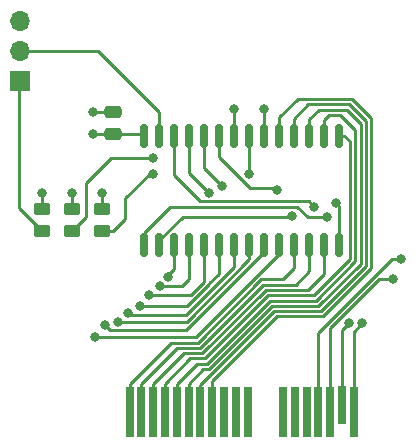
<source format=gbr>
%TF.GenerationSoftware,KiCad,Pcbnew,(6.0.0-0)*%
%TF.CreationDate,2022-02-10T00:31:08-05:00*%
%TF.ProjectId,ROM-Cartridge,524f4d2d-4361-4727-9472-696467652e6b,rev?*%
%TF.SameCoordinates,Original*%
%TF.FileFunction,Copper,L1,Top*%
%TF.FilePolarity,Positive*%
%FSLAX46Y46*%
G04 Gerber Fmt 4.6, Leading zero omitted, Abs format (unit mm)*
G04 Created by KiCad (PCBNEW (6.0.0-0)) date 2022-02-10 00:31:08*
%MOMM*%
%LPD*%
G01*
G04 APERTURE LIST*
G04 Aperture macros list*
%AMRoundRect*
0 Rectangle with rounded corners*
0 $1 Rounding radius*
0 $2 $3 $4 $5 $6 $7 $8 $9 X,Y pos of 4 corners*
0 Add a 4 corners polygon primitive as box body*
4,1,4,$2,$3,$4,$5,$6,$7,$8,$9,$2,$3,0*
0 Add four circle primitives for the rounded corners*
1,1,$1+$1,$2,$3*
1,1,$1+$1,$4,$5*
1,1,$1+$1,$6,$7*
1,1,$1+$1,$8,$9*
0 Add four rect primitives between the rounded corners*
20,1,$1+$1,$2,$3,$4,$5,0*
20,1,$1+$1,$4,$5,$6,$7,0*
20,1,$1+$1,$6,$7,$8,$9,0*
20,1,$1+$1,$8,$9,$2,$3,0*%
G04 Aperture macros list end*
%TA.AperFunction,ComponentPad*%
%ADD10O,1.700000X1.700000*%
%TD*%
%TA.AperFunction,ComponentPad*%
%ADD11R,1.700000X1.700000*%
%TD*%
%TA.AperFunction,ConnectorPad*%
%ADD12R,0.700000X4.300000*%
%TD*%
%TA.AperFunction,ConnectorPad*%
%ADD13R,0.700000X3.200000*%
%TD*%
%TA.AperFunction,SMDPad,CuDef*%
%ADD14RoundRect,0.250000X0.475000X-0.250000X0.475000X0.250000X-0.475000X0.250000X-0.475000X-0.250000X0*%
%TD*%
%TA.AperFunction,SMDPad,CuDef*%
%ADD15RoundRect,0.150000X0.150000X-0.875000X0.150000X0.875000X-0.150000X0.875000X-0.150000X-0.875000X0*%
%TD*%
%TA.AperFunction,SMDPad,CuDef*%
%ADD16RoundRect,0.250000X0.450000X-0.262500X0.450000X0.262500X-0.450000X0.262500X-0.450000X-0.262500X0*%
%TD*%
%TA.AperFunction,ViaPad*%
%ADD17C,0.800000*%
%TD*%
%TA.AperFunction,Conductor*%
%ADD18C,0.250000*%
%TD*%
G04 APERTURE END LIST*
D10*
%TO.P,SW1,3,C*%
%TO.N,unconnected-(SW1-Pad3)*%
X102230000Y-90310000D03*
%TO.P,SW1,2,B*%
%TO.N,Net-(U1-Pad27)*%
X102230000Y-92850000D03*
D11*
%TO.P,SW1,1,A*%
%TO.N,/~{WRITE}*%
X102230000Y-95390000D03*
%TD*%
D12*
%TO.P,J1,B1,B01*%
%TO.N,/D0*%
X111506000Y-123444000D03*
%TO.P,J1,B2,B02*%
%TO.N,/D1*%
X112506000Y-123444000D03*
%TO.P,J1,B3,B03*%
%TO.N,/D2*%
X113506000Y-123444000D03*
%TO.P,J1,B4,B04*%
%TO.N,/D3*%
X114506000Y-123444000D03*
%TO.P,J1,B5,B05*%
%TO.N,/D4*%
X115506000Y-123444000D03*
%TO.P,J1,B6,B06*%
%TO.N,/D5*%
X116506000Y-123444000D03*
%TO.P,J1,B7,B07*%
%TO.N,/D6*%
X117506000Y-123444000D03*
%TO.P,J1,B8,B08*%
%TO.N,/D7*%
X118506000Y-123444000D03*
%TO.P,J1,B9,B09*%
%TO.N,unconnected-(J1-PadB9)*%
X119506000Y-123444000D03*
%TO.P,J1,B10,B10*%
%TO.N,unconnected-(J1-PadB10)*%
X120506000Y-123444000D03*
%TO.P,J1,B11,B11*%
%TO.N,unconnected-(J1-PadB11)*%
X121506000Y-123444000D03*
%TO.P,J1,B14,B14*%
%TO.N,/~{WE}*%
X126506000Y-123444000D03*
%TO.P,J1,B15,B15*%
%TO.N,/~{READ}*%
X127506000Y-123444000D03*
%TO.P,J1,B16,B16*%
%TO.N,/~{EN}*%
X128506000Y-123444000D03*
D13*
%TO.P,J1,B17,B17*%
%TO.N,GND*%
X129506000Y-122894000D03*
D12*
%TO.P,J1,B18,B18*%
%TO.N,VCC*%
X130506000Y-123444000D03*
%TO.P,J1,B12,B12*%
%TO.N,unconnected-(J1-PadB12)*%
X124506000Y-123444000D03*
%TO.P,J1,B13,B13*%
%TO.N,unconnected-(J1-PadB13)*%
X125506000Y-123444000D03*
%TD*%
D14*
%TO.P,C1,1*%
%TO.N,VCC*%
X110090000Y-99950000D03*
%TO.P,C1,2*%
%TO.N,GND*%
X110090000Y-98050000D03*
%TD*%
D15*
%TO.P,U1,1,A14*%
%TO.N,/A14*%
X112745000Y-109350000D03*
%TO.P,U1,2,A12*%
%TO.N,/A12*%
X114015000Y-109350000D03*
%TO.P,U1,3,A7*%
%TO.N,/A7*%
X115285000Y-109350000D03*
%TO.P,U1,4,A6*%
%TO.N,/A6*%
X116555000Y-109350000D03*
%TO.P,U1,5,A5*%
%TO.N,/A5*%
X117825000Y-109350000D03*
%TO.P,U1,6,A4*%
%TO.N,/A4*%
X119095000Y-109350000D03*
%TO.P,U1,7,A3*%
%TO.N,/A3*%
X120365000Y-109350000D03*
%TO.P,U1,8,A2*%
%TO.N,/A2*%
X121635000Y-109350000D03*
%TO.P,U1,9,A1*%
%TO.N,/A1*%
X122905000Y-109350000D03*
%TO.P,U1,10,A0*%
%TO.N,/A0*%
X124175000Y-109350000D03*
%TO.P,U1,11,D0*%
%TO.N,/D0*%
X125445000Y-109350000D03*
%TO.P,U1,12,D1*%
%TO.N,/D1*%
X126715000Y-109350000D03*
%TO.P,U1,13,D2*%
%TO.N,/D2*%
X127985000Y-109350000D03*
%TO.P,U1,14,GND*%
%TO.N,GND*%
X129255000Y-109350000D03*
%TO.P,U1,15,D3*%
%TO.N,/D3*%
X129255000Y-100050000D03*
%TO.P,U1,16,D4*%
%TO.N,/D4*%
X127985000Y-100050000D03*
%TO.P,U1,17,D5*%
%TO.N,/D5*%
X126715000Y-100050000D03*
%TO.P,U1,18,D6*%
%TO.N,/D6*%
X125445000Y-100050000D03*
%TO.P,U1,19,D7*%
%TO.N,/D7*%
X124175000Y-100050000D03*
%TO.P,U1,20,~{CS}*%
%TO.N,/~{EN}*%
X122905000Y-100050000D03*
%TO.P,U1,21,A10*%
%TO.N,/A10*%
X121635000Y-100050000D03*
%TO.P,U1,22,~{OE}*%
%TO.N,/~{READ}*%
X120365000Y-100050000D03*
%TO.P,U1,23,A11*%
%TO.N,/A11*%
X119095000Y-100050000D03*
%TO.P,U1,24,A9*%
%TO.N,/A9*%
X117825000Y-100050000D03*
%TO.P,U1,25,A8*%
%TO.N,/A8*%
X116555000Y-100050000D03*
%TO.P,U1,26,A13*%
%TO.N,/A13*%
X115285000Y-100050000D03*
%TO.P,U1,27,~{WE}*%
%TO.N,Net-(U1-Pad27)*%
X114015000Y-100050000D03*
%TO.P,U1,28,VCC*%
%TO.N,VCC*%
X112745000Y-100050000D03*
%TD*%
D16*
%TO.P,R3,2*%
%TO.N,VCC*%
X104080000Y-106297500D03*
%TO.P,R3,1*%
%TO.N,/~{WRITE}*%
X104080000Y-108122500D03*
%TD*%
%TO.P,R2,2*%
%TO.N,VCC*%
X106630000Y-106287500D03*
%TO.P,R2,1*%
%TO.N,/~{READ}*%
X106630000Y-108112500D03*
%TD*%
%TO.P,R1,2*%
%TO.N,VCC*%
X109180000Y-106297500D03*
%TO.P,R1,1*%
%TO.N,/~{EN}*%
X109180000Y-108122500D03*
%TD*%
D17*
%TO.N,GND*%
X128960000Y-105750000D03*
%TO.N,/~{READ}*%
X134520000Y-110490000D03*
%TO.N,/~{EN}*%
X133807410Y-112227188D03*
X113500000Y-103270000D03*
X122890000Y-97770000D03*
%TO.N,/~{READ}*%
X113500000Y-101950000D03*
X120340000Y-97770000D03*
%TO.N,VCC*%
X109180000Y-104910000D03*
X106630000Y-104900000D03*
X104080000Y-104910000D03*
X108440000Y-99920000D03*
%TO.N,GND*%
X108430000Y-98020000D03*
X130120000Y-115880000D03*
%TO.N,VCC*%
X131200000Y-115950000D03*
%TO.N,/A14*%
X128240000Y-106960000D03*
%TO.N,/A13*%
X127162590Y-106107992D03*
%TO.N,/A12*%
X125264500Y-106882583D03*
%TO.N,/A11*%
X124031173Y-104623411D03*
%TO.N,/A10*%
X121620000Y-103340000D03*
%TO.N,/A9*%
X119300316Y-104295990D03*
%TO.N,/A8*%
X118214866Y-104895989D03*
%TO.N,/A7*%
X114790000Y-112050000D03*
%TO.N,/A6*%
X114080000Y-112760000D03*
%TO.N,/A5*%
X113190000Y-113570000D03*
%TO.N,/A4*%
X112380000Y-114500000D03*
%TO.N,/A3*%
X111390000Y-115040000D03*
%TO.N,/A2*%
X110530000Y-115820000D03*
%TO.N,/A1*%
X109420000Y-116100000D03*
%TO.N,/A0*%
X108600000Y-117120000D03*
%TD*%
D18*
%TO.N,Net-(U1-Pad27)*%
X102230000Y-92850000D02*
X108800000Y-92850000D01*
X108800000Y-92850000D02*
X114015000Y-98065000D01*
X114015000Y-98065000D02*
X114015000Y-100050000D01*
%TO.N,/~{WRITE}*%
X104080000Y-108122500D02*
X102130000Y-106172500D01*
X102130000Y-95490000D02*
X102230000Y-95390000D01*
X102130000Y-106172500D02*
X102130000Y-95490000D01*
%TO.N,GND*%
X129255000Y-109350000D02*
X129255000Y-106045000D01*
X129255000Y-106045000D02*
X128960000Y-105750000D01*
%TO.N,/~{EN}*%
X128506000Y-123444000D02*
X128506000Y-116379704D01*
X128506000Y-116379704D02*
X132658516Y-112227188D01*
X132658516Y-112227188D02*
X133807410Y-112227188D01*
%TO.N,/~{READ}*%
X134520000Y-110490000D02*
X133760000Y-110490000D01*
X133760000Y-110490000D02*
X127506000Y-116744000D01*
X127506000Y-116744000D02*
X127506000Y-123444000D01*
%TO.N,GND*%
X129506000Y-116494000D02*
X130120000Y-115880000D01*
X129506000Y-122894000D02*
X129506000Y-116494000D01*
%TO.N,VCC*%
X130506000Y-116644000D02*
X131200000Y-115950000D01*
X130506000Y-123444000D02*
X130506000Y-116644000D01*
%TO.N,/D7*%
X123962744Y-115360000D02*
X118506000Y-120816744D01*
%TO.N,/D6*%
X131520489Y-111078103D02*
X131520489Y-98839081D01*
%TO.N,/D5*%
X126715000Y-98655000D02*
X127509510Y-97860490D01*
X127509510Y-97860490D02*
X129906195Y-97860491D01*
%TO.N,/D6*%
X117506000Y-121181040D02*
X123776551Y-114910489D01*
%TO.N,/D7*%
X128170489Y-115083807D02*
X127894296Y-115360000D01*
%TO.N,/D5*%
X116506000Y-121044000D02*
X116506000Y-123444000D01*
%TO.N,/D6*%
X127720979Y-114877613D02*
X131520489Y-111078103D01*
%TO.N,/D7*%
X128170489Y-115063807D02*
X128170489Y-115083807D01*
X124175000Y-100050000D02*
X124175000Y-98515000D01*
%TO.N,/D4*%
X118048079Y-119367553D02*
X123404164Y-114011468D01*
%TO.N,/D7*%
X125750000Y-96940000D02*
X130320000Y-96940000D01*
X131970000Y-98590000D02*
X131970000Y-111264296D01*
X131970000Y-111264296D02*
X128170489Y-115063807D01*
%TO.N,/D6*%
X126639021Y-97410979D02*
X125445000Y-98605000D01*
%TO.N,/D7*%
X118506000Y-120816744D02*
X118506000Y-123444000D01*
%TO.N,/D6*%
X127708103Y-114910489D02*
X127720978Y-114897614D01*
%TO.N,/D7*%
X124175000Y-98515000D02*
X125750000Y-96940000D01*
%TO.N,/D6*%
X127720978Y-114897614D02*
X127720979Y-114877613D01*
%TO.N,/D5*%
X131070978Y-110891910D02*
X127501909Y-114460979D01*
X127501909Y-114460979D02*
X123590357Y-114460979D01*
X131070978Y-99025274D02*
X131070978Y-110891910D01*
%TO.N,/D6*%
X131520489Y-98839081D02*
X130092387Y-97410979D01*
%TO.N,/D3*%
X127129523Y-113561957D02*
X130171956Y-110519524D01*
%TO.N,/D5*%
X117732937Y-119817063D02*
X116506000Y-121044000D01*
X123590357Y-114460979D02*
X118234272Y-119817064D01*
%TO.N,/D3*%
X114506000Y-121044000D02*
X116631957Y-118918043D01*
%TO.N,/D4*%
X115506000Y-123444000D02*
X115506000Y-121044000D01*
%TO.N,/D5*%
X118234272Y-119817064D02*
X117732937Y-119817063D01*
X126715000Y-100050000D02*
X126715000Y-98655000D01*
%TO.N,/D3*%
X130171956Y-110519524D02*
X130171956Y-100541956D01*
%TO.N,/D7*%
X130320000Y-96940000D02*
X131970000Y-98590000D01*
%TO.N,/D6*%
X117506000Y-123444000D02*
X117506000Y-121181040D01*
%TO.N,/D4*%
X123404164Y-114011468D02*
X127315716Y-114011468D01*
X129332382Y-98310002D02*
X128430000Y-98310000D01*
X130621467Y-99599087D02*
X129332382Y-98310002D01*
X115506000Y-121044000D02*
X117182448Y-119367552D01*
%TO.N,/D3*%
X117861885Y-118918043D02*
X123217971Y-113561957D01*
%TO.N,/D7*%
X127894296Y-115360000D02*
X123962744Y-115360000D01*
%TO.N,/D3*%
X116996253Y-118918043D02*
X116996255Y-118918041D01*
X116996255Y-118918041D02*
X117861885Y-118918043D01*
%TO.N,/D6*%
X125445000Y-98605000D02*
X125445000Y-100050000D01*
%TO.N,/D3*%
X114506000Y-123444000D02*
X114506000Y-121044000D01*
X130171956Y-100541956D02*
X129680000Y-100050000D01*
%TO.N,/D5*%
X129906195Y-97860491D02*
X131070978Y-99025274D01*
%TO.N,/D6*%
X123776551Y-114910489D02*
X127708103Y-114910489D01*
%TO.N,/D3*%
X116631957Y-118918043D02*
X116996253Y-118918043D01*
X123217971Y-113561957D02*
X127129523Y-113561957D01*
%TO.N,/D6*%
X130092387Y-97410979D02*
X126639021Y-97410979D01*
%TO.N,/D4*%
X127315716Y-114011468D02*
X130621467Y-110705717D01*
X117182448Y-119367552D02*
X118048079Y-119367553D01*
X130621467Y-110705717D02*
X130621467Y-99599087D01*
X128430000Y-98310000D02*
X127985000Y-98755000D01*
X127985000Y-98755000D02*
X127985000Y-100050000D01*
%TO.N,/D3*%
X129680000Y-100050000D02*
X129255000Y-100050000D01*
%TO.N,/~{EN}*%
X110137500Y-108122500D02*
X110980000Y-107280000D01*
X122890000Y-100035000D02*
X122905000Y-100050000D01*
X113230000Y-103270000D02*
X113500000Y-103270000D01*
X111160000Y-107100000D02*
X111160000Y-105340000D01*
X110980000Y-107280000D02*
X111160000Y-107100000D01*
X111160000Y-105340000D02*
X113230000Y-103270000D01*
X109180000Y-108122500D02*
X110137500Y-108122500D01*
X122890000Y-97770000D02*
X122890000Y-100035000D01*
%TO.N,/~{READ}*%
X106630000Y-108112500D02*
X107840000Y-106902500D01*
X107840000Y-105440000D02*
X107840000Y-104020000D01*
X109910000Y-101950000D02*
X113500000Y-101950000D01*
X108730000Y-103130000D02*
X109910000Y-101950000D01*
X107840000Y-104020000D02*
X108730000Y-103130000D01*
X107840000Y-106902500D02*
X107840000Y-105440000D01*
X120340000Y-97770000D02*
X120340000Y-100025000D01*
X120340000Y-100025000D02*
X120365000Y-100050000D01*
%TO.N,VCC*%
X109180000Y-106297500D02*
X109180000Y-104910000D01*
X106630000Y-106287500D02*
X106630000Y-104900000D01*
X104080000Y-106297500D02*
X104080000Y-104910000D01*
X110090000Y-99950000D02*
X108470000Y-99950000D01*
X108470000Y-99950000D02*
X108440000Y-99920000D01*
%TO.N,GND*%
X110090000Y-98050000D02*
X108460000Y-98050000D01*
X108460000Y-98050000D02*
X108430000Y-98020000D01*
%TO.N,VCC*%
X110090000Y-99950000D02*
X112645000Y-99950000D01*
X112645000Y-99950000D02*
X112745000Y-100050000D01*
%TO.N,/D0*%
X122659389Y-112213427D02*
X117303307Y-117569509D01*
%TO.N,/D1*%
X112506000Y-121044000D02*
X112506000Y-123444000D01*
X125597065Y-112662935D02*
X122845583Y-112662937D01*
X126715000Y-109350000D02*
X126715000Y-111545000D01*
%TO.N,/D2*%
X127985000Y-109350000D02*
X127985000Y-111785000D01*
X127985000Y-111785000D02*
X126657554Y-113112446D01*
%TO.N,/D0*%
X125445000Y-111285000D02*
X124516575Y-112213425D01*
X124516575Y-112213425D02*
X122659389Y-112213427D01*
%TO.N,/D1*%
X115530978Y-118019022D02*
X112506000Y-121044000D01*
%TO.N,/D2*%
X126657554Y-113112446D02*
X123031777Y-113112447D01*
X117675693Y-118468531D02*
X116081468Y-118468532D01*
%TO.N,/D0*%
X111506000Y-121044000D02*
X111506000Y-123444000D01*
X125445000Y-109350000D02*
X125445000Y-111285000D01*
X117303307Y-117569509D02*
X114980489Y-117569511D01*
%TO.N,/D2*%
X116081468Y-118468532D02*
X113506000Y-121044000D01*
%TO.N,/D0*%
X114980489Y-117569511D02*
X111506000Y-121044000D01*
%TO.N,/D1*%
X122845583Y-112662937D02*
X117489500Y-118019020D01*
%TO.N,/D2*%
X123031777Y-113112447D02*
X117675693Y-118468531D01*
X113506000Y-121044000D02*
X113506000Y-123444000D01*
%TO.N,/D1*%
X126715000Y-111545000D02*
X125597065Y-112662935D01*
X117489500Y-118019020D02*
X115530978Y-118019022D01*
%TO.N,/A0*%
X124175000Y-110062112D02*
X117117112Y-117120000D01*
X124175000Y-109350000D02*
X124175000Y-110062112D01*
X117117112Y-117120000D02*
X108600000Y-117120000D01*
%TO.N,/A2*%
X121635000Y-109350000D02*
X121635000Y-110532116D01*
X121635000Y-110532116D02*
X116347116Y-115820000D01*
X116347116Y-115820000D02*
X110530000Y-115820000D01*
%TO.N,/A3*%
X111390000Y-115040000D02*
X111574501Y-115224501D01*
X116306911Y-115224501D02*
X120365000Y-111166412D01*
X120365000Y-111166412D02*
X120365000Y-109350000D01*
X111574501Y-115224501D02*
X116306911Y-115224501D01*
%TO.N,/A4*%
X118274510Y-112621194D02*
X116395704Y-114500000D01*
X118274511Y-112545489D02*
X118274510Y-112621194D01*
X119095000Y-111725000D02*
X118274511Y-112545489D01*
X116395704Y-114500000D02*
X112380000Y-114500000D01*
X119095000Y-109350000D02*
X119095000Y-111725000D01*
%TO.N,/A1*%
X109864501Y-116544501D02*
X113289795Y-116544501D01*
X113289795Y-116544501D02*
X113293807Y-116540489D01*
X113293807Y-116540489D02*
X116262327Y-116540489D01*
X109420000Y-116100000D02*
X109864501Y-116544501D01*
X122905000Y-109897816D02*
X122905000Y-109350000D01*
X116262327Y-116540489D02*
X122905000Y-109897816D01*
%TO.N,/A14*%
X112745000Y-109350000D02*
X112745000Y-108275000D01*
X126590000Y-106960000D02*
X128240000Y-106960000D01*
X112745000Y-108275000D02*
X114950000Y-106070000D01*
X114950000Y-106070000D02*
X125700000Y-106070000D01*
X125700000Y-106070000D02*
X126590000Y-106960000D01*
%TO.N,/A12*%
X114015000Y-109350000D02*
X114015000Y-108923928D01*
X114015000Y-108923928D02*
X116038928Y-106900000D01*
X116038928Y-106900000D02*
X125247083Y-106900000D01*
X125247083Y-106900000D02*
X125264500Y-106882583D01*
%TO.N,/A13*%
X117516193Y-105620489D02*
X126675087Y-105620489D01*
X115285000Y-103389296D02*
X117516193Y-105620489D01*
%TO.N,/A11*%
X119095000Y-100050000D02*
X119095000Y-101883592D01*
%TO.N,/A8*%
X116555000Y-103236123D02*
X118214866Y-104895989D01*
%TO.N,/A13*%
X126675087Y-105620489D02*
X127162590Y-106107992D01*
%TO.N,/A11*%
X121702387Y-104490979D02*
X123898741Y-104490979D01*
X123898741Y-104490979D02*
X124031173Y-104623411D01*
%TO.N,/A13*%
X115285000Y-100050000D02*
X115285000Y-103389296D01*
%TO.N,/A11*%
X119095000Y-101883592D02*
X121702387Y-104490979D01*
%TO.N,/A8*%
X116555000Y-100050000D02*
X116555000Y-103236123D01*
%TO.N,/A9*%
X117825000Y-102820674D02*
X119300316Y-104295990D01*
X117825000Y-100050000D02*
X117825000Y-102820674D01*
%TO.N,/A10*%
X121620000Y-100065000D02*
X121620000Y-103340000D01*
X121635000Y-100050000D02*
X121620000Y-100065000D01*
%TO.N,/A7*%
X114790000Y-112050000D02*
X114790000Y-111830000D01*
X114790000Y-111830000D02*
X115285000Y-111335000D01*
X115285000Y-111335000D02*
X115285000Y-109350000D01*
%TO.N,/A6*%
X116555000Y-109350000D02*
X116555000Y-112165000D01*
X116555000Y-112165000D02*
X115930000Y-112790000D01*
X115930000Y-112790000D02*
X114110000Y-112790000D01*
X114110000Y-112790000D02*
X114080000Y-112760000D01*
%TO.N,/A5*%
X117825000Y-112435000D02*
X117825000Y-109350000D01*
X113190000Y-113570000D02*
X116690000Y-113570000D01*
X116690000Y-113570000D02*
X117825000Y-112435000D01*
%TD*%
M02*

</source>
